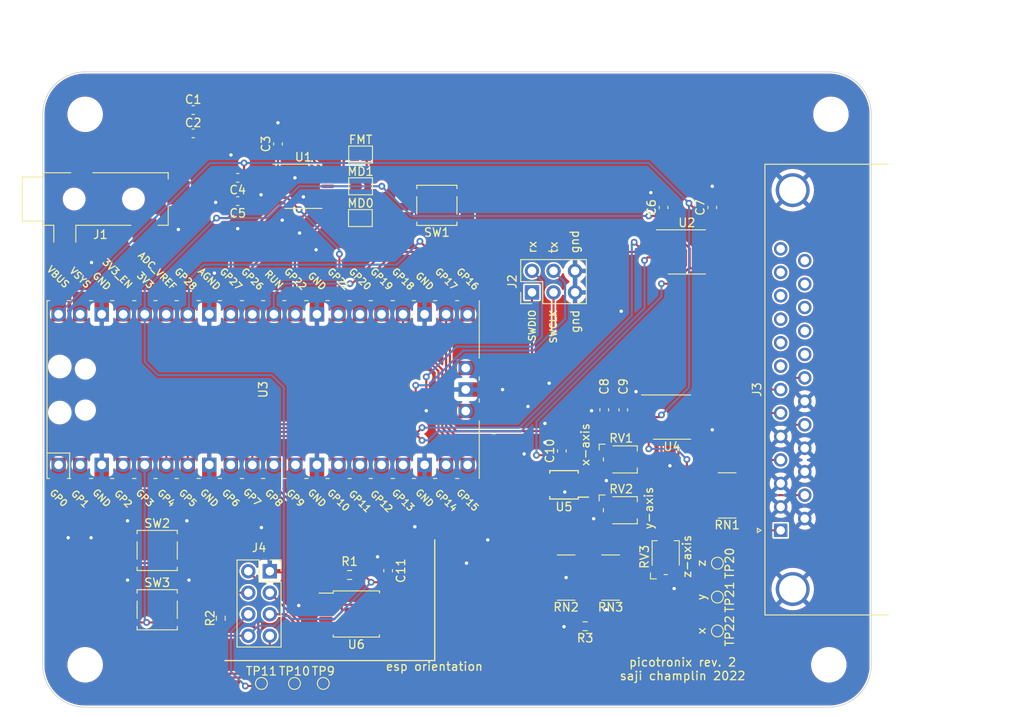
<source format=kicad_pcb>
(kicad_pcb (version 20211014) (generator pcbnew)
  (layers (0 "F.Cu" mixed) (31 "B.Cu" signal) (34 "B.Paste" user) (35 "F.Paste" user) (36 "B.SilkS" user "B.Silkscreen") (37 "F.SilkS" user "F.Silkscreen") (38 "B.Mask" user) (39 "F.Mask" user) (44 "Edge.Cuts" user))
  (net 0 "")
  (net 1 "+3V3")
  (net 2 "GND")
  (net 3 "+5V")
  (net 4 "/Z_OUTPUT")
  (net 5 "Net-(C2-Pad2)")
  (net 6 "/X_OUTPUT")
  (net 7 "/NON_STORE")
  (net 8 "/ERASE_INTERVAL")
  (net 9 "/Y_OUTPUT")
  (net 10 "/ERASE")
  (net 11 "/VAR_BRIGHT")
  (net 12 "Net-(C2-Pad1)")
  (net 13 "Net-(RV2-Pad1)")
  (net 14 "Net-(RV2-Pad2)")
  (net 15 "Net-(RV3-Pad2)")
  (net 16 "/var_bright_l")
  (net 17 "/erase_interval_l")
  (net 18 "/non_store_l")
  (net 19 "/erase_l")
  (net 22 "/XY_FLUSH")
  (net 23 "/~{CS}")
  (net 24 "/SCLK")
  (net 25 "/SDO")
  (net 26 "Net-(J2-Pad1)")
  (net 27 "/UART0_RX")
  (net 28 "/esp_en")
  (net 29 "Net-(J2-Pad3)")
  (net 30 "/UART0_TX")
  (net 31 "/dbg_rx")
  (net 32 "/dbg_tx")
  (net 33 "Net-(RV1-Pad1)")
  (net 34 "/z_{4}")
  (net 35 "/z_{3}")
  (net 36 "/z_{2}")
  (net 37 "/z_{1}")
  (net 38 "Net-(R3-Pad2)")
  (net 41 "Net-(RV1-Pad2)")
  (net 45 "Net-(SW1-Pad1)")
  (net 46 "Net-(SW3-Pad2)")
  (net 47 "Net-(SW2-Pad2)")
  (net 49 "/FLASH_MISO")
  (net 50 "/FLASH_CS")
  (net 51 "/FLASH_SCK")
  (net 52 "/FLASH_MOSI")
  (net 53 "/i2s_mclk")
  (net 54 "/i2s_bck")
  (net 55 "/i2s_dout")
  (net 56 "/i2s_lrclk")
  (net 59 "Net-(JP1-Pad1)")
  (net 60 "Net-(JP2-Pad1)")
  (net 61 "Net-(JP3-Pad1)")
  (net 64 "Net-(C1-Pad1)")
  (net 65 "Net-(C1-Pad2)")
  (net 66 "Net-(C3-Pad1)")
  (net 78 "Net-(R1-Pad2)")
  (net 79 "Net-(RN1-Pad6)")
  (net 80 "Net-(RN1-Pad7)")
  (net 81 "Net-(RN1-Pad8)")
  (net 82 "/esp_gpio2")
  (net 83 "/esp_boot")
  (net 84 "/esp_gpio16")
  (net 87 "Net-(RN2-Pad4)")
  (net 88 "Net-(RN2-Pad3)")
  (net 89 "Net-(RN2-Pad2)")
  (footprint "MountingHole:MountingHole_3.2mm_M3" (layer "F.Cu") (at 91 135)
    (fp_text reference "H3" hide)
    (fp_text value "MountingHole")
  )
  (footprint "Package_SO:SOIC-8_5.23x5.23mm_P1.27mm" (layer "F.Cu") (at 123 129)
    (fp_text reference "U6")
    (fp_text value "W25Q128JVS")
  )
  (footprint "TestPoint:TestPoint_Pad_D1.0mm" (layer "F.Cu") (at 165.6 123 -90)
    (fp_text reference "TP20")
    (fp_text value "Z Test")
  )
  (footprint "Potentiometer_SMD:Potentiometer_Bourns_TC33X_Vertical" (layer "F.Cu") (at 159.5 122.25 90)
    (fp_text reference "RV3")
    (fp_text value "20k")
  )
  (footprint "TestPoint:TestPoint_Pad_D1.0mm" (layer "F.Cu") (at 165.6 131 -90)
    (fp_text reference "TP22")
    (fp_text value "X test")
  )
  (footprint "Package_SO:MSOP-10_3x3mm_P0.5mm" (layer "F.Cu") (at 147.5 113.75 180)
    (fp_text reference "U5")
    (fp_text value "AD5663R")
  )
  (footprint "Resistor_SMD:R_Array_Convex_4x1206" (layer "F.Cu") (at 153 124.7 180)
    (fp_text reference "RN3")
    (fp_text value "4.99k")
  )
  (footprint "Jumper:SolderJumper-2_P1.3mm_Open_TrianglePad1.0x1.5mm" (layer "F.Cu") (at 123.475 82.25)
    (fp_text reference "JP3")
    (fp_text value "MD0_SET")
  )
  (footprint "Resistor_SMD:R_Array_Convex_4x1206" (layer "F.Cu") (at 147.75 124.7 180)
    (fp_text reference "RN2")
    (fp_text value "10k")
  )
  (footprint "Jumper:SolderJumper-2_P1.3mm_Open_TrianglePad1.0x1.5mm" (layer "F.Cu") (at 123.5 74.75)
    (fp_text reference "JP1")
    (fp_text value "FMT_SET")
  )
  (footprint "Capacitor_SMD:C_0603_1608Metric_Pad1.08x0.95mm_HandSolder" (layer "F.Cu") (at 113.75 73.5 90)
    (fp_text reference "C3")
    (fp_text value "0.1u")
  )
  (footprint "TestPoint:TestPoint_Pad_D1.0mm" (layer "F.Cu") (at 111.8 137.2)
    (fp_text reference "TP11")
    (fp_text value "ESP_GPIO16")
  )
  (footprint "Capacitor_SMD:C_0603_1608Metric_Pad1.08x0.95mm_HandSolder" (layer "F.Cu") (at 154.5 104.8875 90)
    (fp_text reference "C9")
    (fp_text value "1u")
  )
  (footprint "Resistor_SMD:R_0603_1608Metric_Pad0.98x0.95mm_HandSolder" (layer "F.Cu") (at 150 130.45)
    (fp_text reference "R3")
    (fp_text value "10k")
  )
  (footprint "Button_Switch_SMD:SW_SPST_TL3305A" (layer "F.Cu") (at 99.5 121.5)
    (fp_text reference "SW2")
    (fp_text value "BTN0")
  )
  (footprint "Connector_PinHeader_2.54mm:PinHeader_2x03_P2.54mm_Vertical" (layer "F.Cu") (at 143.725 91.025 90)
    (fp_text reference "J2")
    (fp_text value "DEBUG")
  )
  (footprint "Capacitor_SMD:C_0603_1608Metric_Pad1.08x0.95mm_HandSolder" (layer "F.Cu") (at 109 80.25 180)
    (fp_text reference "C5")
    (fp_text value "0.1u")
  )
  (footprint "Button_Switch_SMD:SW_SPST_TL3305A" (layer "F.Cu") (at 132.5 80.75 180)
    (fp_text reference "SW1")
    (fp_text value "RESET")
  )
  (footprint "MountingHole:MountingHole_3.2mm_M3" (layer "F.Cu") (at 178.75 135)
    (fp_text reference "H4" hide)
    (fp_text value "MountingHole")
  )
  (footprint "Resistor_SMD:R_Array_Convex_4x1206" (layer "F.Cu") (at 166.75 115 180)
    (fp_text reference "RN1")
    (fp_text value "470")
  )
  (footprint "Package_SO:TSSOP-14_4.4x5mm_P0.65mm" (layer "F.Cu") (at 162 86.25)
    (fp_text reference "U2")
    (fp_text value "LSF0204DPWR")
  )
  (footprint "Connector_PinSocket_2.54mm:PinSocket_2x04_P2.54mm_Vertical" (layer "F.Cu") (at 112.79 123.95)
    (fp_text reference "J4")
    (fp_text value "ESP-01 Connector")
  )
  (footprint "Package_SO:TSSOP-14_4.4x5mm_P0.65mm" (layer "F.Cu") (at 160.25 105.75)
    (fp_text reference "U4")
    (fp_text value "ADA4891-3")
  )
  (footprint "Resistor_SMD:R_0603_1608Metric_Pad0.98x0.95mm_HandSolder" (layer "F.Cu") (at 107 129.5 90)
    (fp_text reference "R2")
    (fp_text value "10k")
  )
  (footprint "picotronix:RPi_Pico_SMD_TH" (layer "F.Cu") (at 112 102.5 90)
    (fp_text reference "U3")
    (fp_text value "Pico")
  )
  (footprint "Potentiometer_SMD:Potentiometer_Bourns_TC33X_Vertical" (layer "F.Cu") (at 154.25 110.75)
    (fp_text reference "RV1")
    (fp_text value "20k")
  )
  (footprint "Connector_Audio:Jack_3.5mm_CUI_SJ-3524-SMT_Horizontal" (layer "F.Cu") (at 92.2 80 90)
    (fp_text reference "J1")
    (fp_text value "AudioJack3_Ground")
  )
  (footprint "Capacitor_SMD:C_0603_1608Metric_Pad1.08x0.95mm_HandSolder" (layer "F.Cu") (at 165 81 90)
    (fp_text reference "C7")
    (fp_text value "0.1u")
  )
  (footprint "Capacitor_SMD:C_0603_1608Metric_Pad1.08x0.95mm_HandSolder" (layer "F.Cu") (at 159.25 81 90)
    (fp_text reference "C6")
    (fp_text value "0.1u")
  )
  (footprint "Package_SO:TSSOP-14_4.4x5mm_P0.65mm" (layer "F.Cu") (at 116.75 78.5)
    (fp_text reference "U1")
    (fp_text value "PCM1808")
  )
  (footprint "TestPoint:TestPoint_Pad_D1.0mm" (layer "F.Cu") (at 119.1 137.2)
    (fp_text reference "TP9")
    (fp_text value "ESP_GPIO2")
  )
  (footprint "MountingHole:MountingHole_3.2mm_M3" (layer "F.Cu") (at 91 70)
    (fp_text reference "H1" hide)
    (fp_text value "MountingHole")
  )
  (footprint "Jumper:SolderJumper-2_P1.3mm_Open_TrianglePad1.0x1.5mm" (layer "F.Cu") (at 123.5 78.5)
    (fp_text reference "JP2")
    (fp_text value "MD1_SET")
  )
  (footprint "Capacitor_SMD:C_0603_1608Metric_Pad1.08x0.95mm_HandSolder" (layer "F.Cu") (at 147.25 109.75 90)
    (fp_text reference "C10")
    (fp_text value "0.1u")
  )
  (footprint "Connector_Dsub:DSUB-25_Male_Horizontal_P2.77x2.84mm_EdgePinOffset9.90mm_Housed_MountingHolesOffset11.32mm" (layer "F.Cu") (at 173.069669 119.125 90)
    (fp_text reference "J3")
    (fp_text value "DB25_Male")
  )
  (footprint "Capacitor_SMD:C_0603_1608Metric_Pad1.08x0.95mm_HandSolder" (layer "F.Cu") (at 103.75 72.25 180)
    (fp_text reference "C2")
    (fp_text value "1u")
  )
  (footprint "MountingHole:MountingHole_3.2mm_M3" (layer "F.Cu") (at 179 70)
    (fp_text reference "H2" hide)
    (fp_text value "MountingHole")
  )
  (footprint "Potentiometer_SMD:Potentiometer_Bourns_TC33X_Vertical" (layer "F.Cu") (at 154.25 116.75)
    (fp_text reference "RV2")
    (fp_text value "20k")
  )
  (footprint "TestPoint:TestPoint_Pad_D1.0mm" (layer "F.Cu") (at 115.7 137.2)
    (fp_text reference "TP10")
    (fp_text value "ESP_BOOT")
  )
  (footprint "TestPoint:TestPoint_Pad_D1.0mm" (layer "F.Cu") (at 165.6 127 -90)
    (fp_text reference "TP21")
    (fp_text value "Y Test")
  )
  (footprint "Resistor_SMD:R_0603_1608Metric_Pad0.98x0.95mm_HandSolder" (layer "F.Cu") (at 122.2 124.4 180)
    (fp_text reference "R1")
    (fp_text value "10k")
  )
  (footprint "Capacitor_SMD:C_0603_1608Metric_Pad1.08x0.95mm_HandSolder" (layer "F.Cu") (at 103.75 69.5 180)
    (fp_text reference "C1")
    (fp_text value "1u")
  )
  (footprint "Capacitor_SMD:C_0603_1608Metric_Pad1.08x0.95mm_HandSolder" (layer "F.Cu") (at 152.25 104.8875 90)
    (fp_text reference "C8")
    (fp_text value "0.1u")
  )
  (footprint "Capacitor_SMD:C_0603_1608Metric_Pad1.08x0.95mm_HandSolder" (layer "F.Cu") (at 126.75 123.8875 90)
    (fp_text reference "C11")
    (fp_text value "0.1u")
  )
  (footprint "Button_Switch_SMD:SW_SPST_TL3305A" (layer "F.Cu") (at 99.5 128.5)
    (fp_text reference "SW3")
    (fp_text value "BTN1")
  )
  (footprint "Capacitor_SMD:C_0603_1608Metric_Pad1.08x0.95mm_HandSolder" (layer "F.Cu") (at 109 77.5 180)
    (fp_text reference "C4")
    (fp_text value "0.1u")
  )
  (gr_line (start 132.25 134.5) (end 107.5 134.5) (layer "F.SilkS") (width 0.15))
  (gr_line (start 132.25 120.25) (end 132.25 134.5) (layer "F.SilkS") (width 0.15))
  (gr_arc (start 183.75 135) (mid 182.285534 138.535534) (end 178.75 140) (layer "Edge.Cuts") (width 0.1))
  (gr_arc (start 86.000001 70) (mid 87.464467 66.464467) (end 91 65.000001) (layer "Edge.Cuts") (width 0.1))
  (gr_line (start 183.75 70) (end 183.75 135) (layer "Edge.Cuts") (width 0.1))
  (gr_arc (start 91 140) (mid 87.464466 138.535534) (end 86 135) (layer "Edge.Cuts") (width 0.1))
  (gr_line (start 91 65) (end 178.75 65) (layer "Edge.Cuts") (width 0.1))
  (gr_line (start 86 135) (end 86 70) (layer "Edge.Cuts") (width 0.1))
  (gr_arc (start 178.75 65) (mid 182.285534 66.464466) (end 183.75 70) (layer "Edge.Cuts") (width 0.1))
  (gr_line (start 178.75 140) (end 91 140) (layer "Edge.Cuts") (width 0.1))
  (gr_text "gnd\n" (at 148.8 93 90) (layer "F.SilkS") (effects (font (size 1 1)) (justify right)))
  (gr_text "SWDIO" (at 143.75 93 90) (layer "F.SilkS") (effects (font (size 0.8 0.8)) (justify right)))
  (gr_text "esp orientation\n" (at 132.2 135.2) (layer "F.SilkS") (effects (font (size 1 1))))
  (gr_text "picotronix rev. 2\nsaji champlin 2022" (at 161.5 135.5) (layer "F.SilkS") (effects (font (size 1 1))))
  (gr_text "x-axis\n" (at 150 109 90) (layer "F.SilkS") (effects (font (size 1 1))))
  (gr_text "rx\n" (at 143.75 86.5 90) (layer "F.SilkS") (effects (font (size 1 1)) (justify left)))
  (gr_text "FMT" (at 123.5 73) (layer "F.SilkS") (effects (font (size 1 1))))
  (gr_text "y-axis\n" (at 157.5 116.5 90) (layer "F.SilkS") (effects (font (size 1 1))))
  (gr_text "gnd\n" (at 148.75 86.5 90) (layer "F.SilkS") (effects (font (size 1 1)) (justify left)))
  (gr_text "MD0\n" (at 123.5 80.5) (layer "F.SilkS") (effects (font (size 1 1))))
  (gr_text "y" (at 163.7 127 90) (layer "F.SilkS") (effects (font (size 1 1))))
  (gr_text "MD1" (at 123.5 76.75) (layer "F.SilkS") (effects (font (size 1 1))))
  (gr_text "z-axis\n" (at 162 122.2 90) (layer "F.SilkS") (effects (font (size 1 1))))
  (gr_text "tx" (at 146.25 86.5 90) (layer "F.SilkS") (effects (font (size 1 1)) (justify left)))
  (gr_text "SWCLK" (at 146.25 93 90) (layer "F.SilkS") (effects (font (size 0.8 0.8)) (justify right)))
  (gr_text "x" (at 163.7 131 90) (layer "F.SilkS") (effects (font (size 1 1))))
  (gr_text "z" (at 163.7 123 90) (layer "F.SilkS") (effects (font (size 1 1))))
  (segment (start 162.475 88.2) (end 162.3375 88.0625) (width 0.25) (layer "F.Cu") (net 1))
  (segment (start 162.3375 85.8375) (end 160.8 84.3) (width 0.25) (layer "F.Cu") (net 1))
  (segment (start 109.8625 80.25) (end 109.8625 79.1375) (width 0.25) (layer "F.Cu") (net 1))
  (segment (start 147.7 113.3) (end 146.75 114.25) (width 0.25) (layer "F.Cu") (net 1))
  (segment (start 162.3375 85.8375) (end 162.3375 88.0625) (width 0.25) (layer "F.Cu") (net 1))
  (segment (start 107 131.25) (end 107.32 131.57) (width 0.25) (layer "F.Cu") (net 1))
  (segment (start 146.75 114.25) (end 145.3 114.25) (width 0.25) (layer "F.Cu") (net 1))
  (segment (start 159.25 84.1875) (end 159.1375 84.3) (width 0.25) (layer "F.Cu") (net 1))
  (segment (start 107 130.4125) (end 107 131.25) (width 0.25) (layer "F.Cu") (net 1))
  (segment (start 144.25 110.25) (end 146.8875 110.25) (width 0.25) (layer "F.Cu") (net 1))
  (segment (start 110.5 78.5) (end 113.8875 78.5) (width 0.25) (layer "F.Cu") (net 1))
  (segment (start 106.5 82.25) (end 107.8625 82.25) (width 0.25) (layer "F.Cu") (net 1))
  (segment (start 124.75 125.25) (end 126.25 125.25) (width 0.25) (layer "F.Cu") (net 1))
  (segment (start 126.75 124.75) (end 126.75 126.945) (width 0.25) (layer "F.Cu") (net 1))
  (segment (start 124.225 78.5) (end 124.225 74.75) (width 0.25) (layer "F.Cu") (net 1))
  (segment (start 123.1125 124.4) (end 123.9 124.4) (width 0.25) (layer "F.Cu") (net 1))
  (segment (start 109.8625 79.1375) (end 110.5 78.5) (width 0.25) (layer "F.Cu") (net 1))
  (segment (start 147.7 111.0625) (end 147.7 113.3) (width 0.25) (layer "F.Cu") (net 1))
  (segment (start 146.8875 110.25) (end 147.25 110.6125) (width 0.25) (layer "F.Cu") (net 1))
  (segment (start 107.32 131.57) (end 110.25 131.57) (width 0.25) (layer "F.Cu") (net 1))
  (segment (start 147.25 110.6125) (end 147.7 111.0625) (width 0.25) (layer "F.Cu") (net 1))
  (segment (start 160.8 84.3) (end 159.1375 84.3) (width 0.25) (layer "F.Cu") (net 1))
  (segment (start 107.8625 82.25) (end 109.8625 80.25) (width 0.25) (layer "F.Cu") (net 1))
  (segment (start 164.8625 88.2) (end 162.475 88.2) (width 0.25) (layer "F.Cu") (net 1))
  (segment (start 124.225 78.5) (end 124.225 82.225) (width 0.25) (layer "F.Cu") (net 1))
  (segment (start 157.5 82) (end 159.1125 82) (width 0.25) (layer "F.Cu") (net 1))
  (segment (start 126.25 125.25) (end 126.75 124.75) (width 0.25) (layer "F.Cu") (net 1))
  (segment (start 160.4 90) (end 159 90) (width 0.25) (layer "F.Cu") (net 1))
  (segment (start 123.9 124.4) (end 124.75 125.25) (width 0.25) (layer "F.Cu") (net 1))
  (segment (start 126 78.5) (end 124.225 78.5) (width 0.25) (layer "F.Cu") (net 1))
  (segment (start 162.3375 88.0625) (end 160.4 90) (width 0.25) (layer "F.Cu") (net 1))
  (segment (start 159.25 81.8625) (end 159.25 84.1875) (width 0.25) (layer "F.Cu") (net 1))
  (via (at 159 90) (size 0.8) (drill 0.4) (layers "F.Cu" "B.Cu") (net 1))
  (via (at 157.5 82) (size 0.8) (drill 0.4) (layers "F.Cu" "B.Cu") (net 1))
  (via (at 126 78.5) (size 0.8) (drill 0.4) (layers "F.Cu" "B.Cu") (net 1))
  (via (at 106.5 82.25) (size 0.8) (drill 0.4) (layers "F.Cu" "B.Cu") (net 1))
  (via (at 144.25 110.25) (size 0.8) (drill 0.4) (layers "F.Cu" "B.Cu") (net 1))
  (via (at 124.75 125.25) (size 0.8) (drill 0.4) (layers "F.Cu" "B.Cu") (net 1))
  (segment (start 144.25 106.271436) (end 144.25 110.25) (width 0.25) (layer "B.Cu") (net 1))
  (segment (start 98.03 93.61) (end 98.03 90.72) (width 0.25) (layer "B.Cu") (net 1))
  (segment (start 98.03 99.23) (end 99.6 100.8) (width 0.25) (layer "B.Cu") (net 1))
  (segment (start 112.5 82.25) (end 116.25 78.5) (width 0.25) (layer "B.Cu") (net 1))
  (segment (start 113 100.8) (end 114.444511 102.244511) (width 0.25) (layer "B.Cu") (net 1))
  (segment (start 120.4 129.6) (end 124.75 125.25) (width 0.25) (layer "B.Cu") (net 1))
  (segment (start 126 78.5) (end 129.5 82) (width 0.25) (layer "B.Cu") (net 1))
  (segment (start 106.5 82.25) (end 112.5 82.25) (width 0.25) (layer "B.Cu") (net 1))
  (segment (start 98.03 93.61) (end 98.03 99.23) (width 0.25) (layer "B.Cu") (net 1))
  (segment (start 115.036499 129.236499) (end 115.4 129.6) (width 0.25) (layer "B.Cu") (net 1))
  (segment (start 129.5 82) (end 157.5 82) (width 0.25) (layer "B.Cu") (net 1))
  (segment (start 114.444511 129.236499) (end 113.285521 130.395489) (width 0.25) (layer "B.Cu") (net 1))
  (segment (start 99.6 100.8) (end 113 100.8) (width 0.25) (layer "B.Cu") (net 1))
  (segment (start 144.25 106.271436) (end 159 91.521436) (width 0.25) (layer "B.Cu") (net 1))
  (segment (start 115.4 129.6) (end 120.4 129.6) (width 0.25) (layer "B.Cu") (net 1))
  (segment (start 98.03 90.72) (end 106.5 82.25) (width 0.25) (layer "B.Cu") (net 1))
  (segment (start 114.444511 102.244511) (end 114.444511 129.236499) (width 0.25) (layer "B.Cu") (net 1))
  (segment (start 114.444511 129.236499) (end 115.036499 129.236499) (width 0.25) (layer "B.Cu") (net 1))
  (segment (start 111.424511 130.395489) (end 110.25 131.57) (width 0.25) (layer "B.Cu") (net 1))
  (segment (start 116.25 78.5) (end 126 78.5) (width 0.25) (layer "B.Cu") (net 1))
  (segment (start 113.285521 130.395489) (end 111.424511 130.395489) (width 0.25) (layer "B.Cu") (net 1))
  (segment (start 159 91.521436) (end 159 90) (width 0.25) (layer "B.Cu") (net 1))
  (via (at 142.8 110.1) (size 0.8) (drill 0.4) (layers "F.Cu" "B.Cu") (net 2))
  (via (at 157.75 79.25) (size 0.8) (drill 0.4) (layers "F.Cu" "B.Cu") (net 2))
  (via (at 160 111.5) (size 0.8) (drill 0.4) (layers "F.Cu" "B.Cu") (net 2))
  (via (at 103 118) (size 0.8) (drill 0.4) (layers "F.Cu" "B.Cu") (net 2))
  (via (at 152.5 113.25) (size 0.8) (drill 0.4) (layers "F.Cu" "B.Cu") (net 2))
  (via (at 143.25 104.5) (size 0.8) (drill 0.4) (layers "F.Cu" "B.Cu") (net 2))
  (via (at 165 107.25) (size 0.8) (drill 0.4) (layers "F.Cu" "B.Cu") (net 2))
  (via (at 145.25 106.5) (size 0.8) (drill 0.4) (layers "F.Cu" "B.Cu") (net 2))
  (via (at 147.5 130.5) (size 0.8) (drill 0.4) (layers "F.Cu" "B.Cu") (net 2))
  (via (at 96 125) (size 0.8) (drill 0.4) (layers "F.Cu" "B.Cu") (net 2))
  (via (at 106.25 88.75) (size 0.8) (drill 0.4) (layers "F.Cu" "B.Cu") (net 2))
  (via (at 150.75 105) (size 0.8) (drill 0.4) (layers "F.Cu" "B.Cu") (net 2))
  (via (at 136 123) (size 0.8) (drill 0.4) (layers "F.Cu" "B.Cu") (net 2))
  (via (at 96 118) (size 0.8) (drill 0.4) (layers "F.Cu" "B.Cu") (net 2))
  (via (at 106.4 80.4) (size 0.8) (drill 0.4) (layers "F.Cu" "B.Cu") (net 2))
  (via (at 131.25 105) (size 0.8) (drill 0.4) (layers "F.Cu" "B.Cu") (net 2))
  (via (at 89 120) (size 0.8) (drill 0.4) (layers "F.Cu" "B.Cu") (net 2))
  (via (at 114.25 82.5) (size 0.8) (drill 0.4) (layers "F.Cu" "B.Cu") (net 2))
  (via (at 103.25 125) (size 0.8) (drill 0.4) (layers "F.Cu" "B.Cu") (net 2))
  (via (at 165 78.5) (size 0.8) (drill 0.4) (layers "F.Cu" "B.Cu") (net 2))
  (via (at 147.6 114.6) (size 0.8) (drill 0.4) (layers "F.Cu" "B.Cu") (net 2))
  (via (at 152.5 128.5) (size 0.8) (drill 0.4) (layers "F.Cu" "B.Cu") (net 2))
  (via (at 111.8 118.8) (size 0.8) (drill 0.4) (layers "F.Cu" "B.Cu") (net 2))
  (via (at 116.2 128) (size 0.8) (drill 0.4) (layers "F.Cu" "B.Cu") (net 2))
  (via (at 108.2 74.8) (size 0.8) (drill 0.4) (layers "F.Cu" "B.Cu") (net 2))
  (via (at 113.75 71) (size 0.8) (drill 0.4) (layers "F.Cu" "B.Cu") (net 2))
  (via (at 145.75 101.75) (size 0.8) (drill 0.4) (layers "F.Cu" "B.Cu") (net 2))
  (via (at 145.25 108.75) (size 0.8) (drill 0.4) (layers "F.Cu" "B.Cu") (net 2))
  (via (at 147.75 124.7) (size 0.8) (drill 0.4) (layers "F.Cu" "B.Cu") (net 2))
  (via (at 138.5 120.25) (size 0.8) (drill 0.4) (layers "F.Cu" "B.Cu") (net 2))
  (via (at 154.25 93.25) (size 0.8) (drill 0.4) (layers "F.Cu" "B.Cu") (net 2))
  (via (at 91.7 120) (size 0.8) (drill 0.4) (layers "F.Cu" "B.Cu") (net 2))
  (via (at 109 83.5) (size 0.8) (drill 0.4) (layers "F.Cu" "B.Cu") (net 2))
  (via (at 140.25 102.5) (size 0.8) (drill 0.4) (layers "F.Cu" "B.Cu") (net 2))
  (via (at 118.25 86) (size 0.8) (drill 0.4) (layers "F.Cu" "B.Cu") (net 2))
  (via (at 129.9 118.7) (size 0.8) (drill 0.4) (layers "F.Cu" "B.Cu") (net 2))
  (via (at 151 117.75) (size 0.8) (drill 0.4) (layers "F.Cu" "B.Cu") (net 2))
  (via (at 91.75 87.5) (size 0.8) (drill 0.4) (layers "F.Cu" "B.Cu") (net 2))
  (via (at 115.75 77.5) (size 0.8) (drill 0.4) (layers "F.Cu" "B.Cu") (net 2))
  (via (at 116.75 79.75) (size 0.8) (drill 0.4) (layers "F.Cu" "B.Cu") (net 2))
  (via (at 156 102.75) (size 0.8) (drill 0.4) (layers "F.Cu" "B.Cu") (net 2))
  (via (at 125.5 122.25) (size 0.8) (drill 0.4) (layers "F.Cu" "B.Cu") (net 2))
  (via (at 111.75 79.5) (size 0.8) (drill 0.4) (layers "F.Cu" "B.Cu") (net 2))
  (via (at 116.298854 84.018622) (size 0.8) (drill 0.4) (layers "F.Cu" "B.Cu") (net 2))
  (via (at 102 83.6) (size 0.8) (drill 0.4) (layers "F.Cu" "B.Cu") (net 2))
  (via (at 160.5 126) (size 0.8) (drill 0.4) (layers "F.Cu" "B.Cu") (net 2))
  (segment (start 165 84.1625) (end 164.8625 84.3) (width 0.25) (layer "F.Cu") (net 3))
  (segment (start 158.75 105.75) (end 157.3875 105.75) (width 0.25) (layer "F.Cu") (net 3))
  (segment (start 162.25 80.5) (end 163.6125 81.8625) (width 0.25) (layer "F.Cu") (net 3))
  (segment (start 109.8625 77.5) (end 110.2125 77.85) (width 0.25) (layer "F.Cu") (net 3))
  (segment (start 157.3875 105.75) (end 154.5 105.75) (width 0.25) (layer "F.Cu") (net 3))
  (segment (start 163.6125 81.8625) (end 165 81.8625) (width 0.25) (layer "F.Cu") (net 3))
  (segment (start 109.75 75.75) (end 109.75 77.3875) (width 0.25) (layer "F.Cu") (net 3))
  (segment (start 159 105.5) (end 158.75 105.75) (width 0.25) (layer "F.Cu") (net 3))
  (segment (start 154.5 105.75) (end 152.25 105.75) (width 0.25) (layer "F.Cu") (net 3))
  (segment (start 165 81.8625) (end 165 84.1625) (width 0.25) (layer "F.Cu") (net 3))
  (segment (start 110.2125 77.85) (end 113.8875 77.85) (width 0.25) (layer "F.Cu") (net 3))
  (via (at 159 105.5) (size 0.8) (drill 0.4) (layers "F.Cu" "B.Cu") (net 3))
  (via (at 162.25 80.5) (size 0.8) (drill 0.4) (layers "F.Cu" "B.Cu") (net 3))
  (via (at 109.75 75.75) (size 0.8) (drill 0.4) (layers "F.Cu" "B.Cu") (net 3))
  (segment (start 87.87 93.61) (end 105.73 75.75) (width 0.25) (layer "B.Cu") (net 3))
  (segment (start 162.25 102.25) (end 159 105.5) (width 0.25) (layer "B.Cu") (net 3))
  (segment (start 162.25 80.5) (end 162.25 102.25) (width 0.25) (layer "B.Cu") (net 3))
  (segment (start 109.75 75.75) (end 157.5 75.75) (width 0.25) (layer "B.Cu") (net 3))
  (segment (start 157.5 75.75) (end 162.25 80.5) (width 0.25) (layer "B.Cu") (net 3))
  (segment (start 105.73 75.75) (end 109.75 75.75) (width 0.25) (layer "B.Cu") (net 3))
  (segment (start 167.55 114.34) (end 166.94952 114.94048) (width 0.25) (layer "F.Cu") (net 4))
  (segment (start 166.94952 114.94048) (end 166.94952 122.05048) (width 0.25) (layer "F.Cu") (net 4))
  (segment (start 170.935 110.815) (end 173.069669 110.815) (width 0.25) (layer "F.Cu") (net 4))
  (segment (start 168.25 114.34) (end 169.41 114.34) (width 0.25) (layer "F.Cu") (net 4))
  (segment (start 169.41 114.34) (end 170.25 113.5) (width 0.25) (layer "F.Cu") (net 4))
  (segment (start 170.25 111.5) (end 170.935 110.815) (width 0.25) (layer "F.Cu") (net 4))
  (segment (start 166.94952 122.05048) (end 166 123) (width 0.25) (layer "F.Cu") (net 4))
  (segment (start 170.25 113.5) (end 170.25 111.5) (width 0.25) (layer "F.Cu") (net 4))
  (segment (start 168.25 114.34) (end 167.55 114.34) (width 0.25) (layer "F.Cu") (net 4))
  (segment (start 89.3 83.7) (end 100.75 72.25) (width 0.25) (layer "F.Cu") (net 5))
  (segment (start 100.75 72.25) (end 102.8875 72.25) (width 0.25) (layer "F.Cu") (net 5))
  (segment (start 88.6 83.7) (end 89.3 83.7) (width 0.25) (layer "F.Cu") (net 5))
  (segment (start 167.84856 117.40144) (end 167.84856 129.15144) (width 0.25) (layer "F.Cu") (net 6))
  (segment (start 167.84856 129.15144) (end 166 131) (width 0.25) (layer "F.Cu") (net 6))
  (segment (start 171.625 119.125) (end 173.069669 119.125) (width 0.25) (layer "F.Cu") (net 6))
  (segment (start 169.5 117) (end 171.625 119.125) (width 0.25) (layer "F.Cu") (net 6))
  (segment (start 168.25 117) (end 167.84856 117.40144) (width 0.25) (layer "F.Cu") (net 6))
  (segment (start 168.25 117) (end 169.5 117) (width 0.25) (layer "F.Cu") (net 6))
  (segment (start 168.60096 104.10096) (end 169.775 105.275) (width 0.25) (layer "F.Cu") (net 7))
  (segment (start 169.775 105.275) (end 173.069669 105.275) (width 0.25) (layer "F.Cu") (net 7))
  (segment (start 168.60096 89.286317) (end 168.60096 104.10096) (width 0.25) (layer "F.Cu") (net 7))
  (segment (start 164.8625 86.25) (end 165.564643 86.25) (width 0.25) (layer "F.Cu") (net 7))
  (segment (start 165.564643 86.25) (end 168.60096 89.286317) (width 0.25) (layer "F.Cu") (net 7))
  (segment (start 169.05048 89.100119) (end 169.05048 100.186198) (width 0.25) (layer "F.Cu") (net 8))
  (segment (start 171.369282 102.505) (end 173.069669 102.505) (width 0.25) (layer "F.Cu") (net 8))
  (segment (start 165.550361 85.6) (end 169.05048 89.100119) (width 0.25) (layer "F.Cu") (net 8))
  (segment (start 164.8625 85.6) (end 165.550361 85.6) (width 0.25) (layer "F.Cu") (net 8))
  (segment (start 169.05048 100.186198) (end 171.369282 102.505) (width 0.25) (layer "F.Cu") (net 8))
  (segment (start 168.040978 115.66) (end 167.39904 116.301938) (width 0.25) (layer "F.Cu") (net 9))
  (segment (start 170.34 115.66) (end 171.03 114.97) (width 0.25) (layer "F.Cu") (net 9))
  (segment (start 168.25 115.66) (end 170.34 115.66) (width 0.25) (layer "F.Cu") (net 9))
  (segment (start 167.39904 116.301938) (end 167.39904 125.60096) (width 0.25) (layer "F.Cu") (net 9))
  (segment (start 171.03 114.97) (end 175.909669 114.97) (width 0.25) (layer "F.Cu") (net 9))
  (segment (start 167.39904 125.60096) (end 166 127) (width 0.25) (layer "F.Cu") (net 9))
  (segment (start 165.55144 86.9) (end 164.8625 86.9) (width 0.25) (layer "F.Cu") (net 10))
  (segment (start 170.524283 106.66) (end 168.15144 104.287157) (width 0.25) (layer "F.Cu") (net 10))
  (segment (start 168.15144 104.287157) (end 168.15144 89.5) (width 0.25) (layer "F.Cu") (net 10))
  (segment (start 168.15144 89.5) (end 165.55144 86.9) (width 0.25) (layer "F.Cu") (net 10))
  (segment (start 175.909669 106.66) (end 170.524283 106.66) (width 0.25) (layer "F.Cu") (net 10))
  (segment (start 164.8625 84.95) (end 165.550361 84.95) (width 0.25) (layer "F.Cu") (net 11))
  (segment (start 170.62 101.12) (end 175.909669 101.12) (width 0.25) (layer "F.Cu") (net 11))
  (segment (start 169.5 100) (end 170.62 101.12) (width 0.25) (layer "F.Cu") (net 11))
  (segment (start 169.5 88.899639) (end 169.5 100) (width 0.25) (layer "F.Cu") (net 11))
  (segment (start 165.550361 84.95) (end 169.5 88.899639) (width 0.25) (layer "F.Cu") (net 11))
  (segment (start 117.55048 71.436198) (end 117.55048 75.825841) (width 0.25) (layer "F.Cu") (net 12))
  (segment (start 116.063802 69.94952) (end 117.55048 71.436198) (width 0.25) (layer "F.Cu") (net 12))
  (segment (start 117.55048 75.825841) (end 118.924639 77.2) (width 0.25) (layer "F.Cu") (net 12))
  (segment (start 105.5 72.25) (end 107.80048 69.94952) (width 0.25) (layer "F.Cu") (net 12))
  (segment (start 118.924639 77.2) (end 119.6125 77.2) (width 0.25) (layer "F.Cu") (net 12))
  (segment (start 107.80048 69.94952) (end 116.063802 69.94952) (width 0.25) (layer "F.Cu") (net 12))
  (segment (start 104.3625 72.25) (end 105.5 72.25) (width 0.25) (layer "F.Cu") (net 12))
  (segment (start 150.5 114.75) (end 151.5 115.75) (width 0.25) (layer "F.Cu") (net 13))
  (segment (start 149.7 114.75) (end 150.5 114.75) (width 0.25) (layer "F.Cu") (net 13))
  (segment (start 151.5 115.75) (end 152.45 115.75) (width 0.25) (layer "F.Cu") (net 13))
  (segment (start 159 115.2) (end 159 107) (width 0.25) (layer "F.Cu") (net 14))
  (segment (start 155.7 116.75) (end 157.45 116.75) (width 0.25) (layer "F.Cu") (net 14))
  (segment (start 159 107) (end 160.9 105.1) (width 0.25) (layer "F.Cu") (net 14))
  (segment (start 160.9 105.1) (end 163.1125 105.1) (width 0.25) (layer "F.Cu") (net 14))
  (segment (start 157.45 116.75) (end 159 115.2) (width 0.25) (layer "F.Cu") (net 14))
  (segment (start 161 119.3) (end 161 106.75) (width 0.25) (layer "F.Cu") (net 15))
  (segment (start 159.5 120.8) (end 161 119.3) (width 0.25) (layer "F.Cu") (net 15))
  (segment (start 161.35 106.4) (end 163.1125 106.4) (width 0.25) (layer "F.Cu") (net 15))
  (segment (start 161 106.75) (end 161.35 106.4) (width 0.25) (layer "F.Cu") (net 15))
  (segment (start 157.75 84.95) (end 159.1375 84.95) (width 0.25) (layer "F.Cu") (net 16))
  (segment (start 130.5 85) (end 131.3 85.8) (width 0.25) (layer "F.Cu") (net 16))
  (segment (start 131.3 85.8) (end 152.9 85.8) (width 0.25) (layer "F.Cu") (net 16))
  (segment (start 152.9 85.8) (end 154.7 84) (width 0.25) (layer "F.Cu") (net 16))
  (segment (start 156.8 84) (end 157.75 84.95) (width 0.25) (layer "F.Cu") (net 16))
  (segment (start 154.7 84) (end 156.8 84) (width 0.25) (layer "F.Cu") (net 16))
  (via (at 130.5 85) (size 0.8) (drill 0.4) (layers "F.Cu" "B.Cu") (net 16))
  (segment (start 127.75 87.75) (end 130.5 85) (width 0.25) (layer "B.Cu") (net 16))
  (segment (start 105 87.75) (end 127.75 87.75) (width 0.25) (layer "B.Cu") (net 16))
  (segment (start 103.25 89.5) (end 105 87.75) (width 0.25) (layer "B.Cu") (net 16))
  (segment (start 103.25 93.47) (end 103.25 89.5) (width 0.25) (layer "B.Cu") (net 16))
  (segment (start 155.783218 85.101382) (end 156.281836 85.6) (width 0.25) (layer "F.Cu") (net 17))
  (segment (start 108.19 111.39) (end 112.08 107.5) (width 0.25) (layer "F.Cu") (net 17))
  (segment (start 130.25 107.5) (end 130.75 107) (width 0.25) (layer "F.Cu") (net 17))
  (segment (start 156.281836 85.6) (end 159.1375 85.6) (width 0.25) (layer "F.Cu") (net 17))
  (segment (start 112.08 107.5) (end 130.25 107.5) (width 0.25) (layer "F.Cu") (net 17))
  (via (at 155.783218 85.101382) (size 0.8) (drill 0.4) (layers "F.Cu" "B.Cu") (net 17))
  (via (at 130.75 107) (size 0.8) (drill 0.4) (layers "F.Cu" "B.Cu") (net 17))
  (segment (start 142.25 107) (end 155.5 93.75) (width 0.25) (layer "B.Cu") (net 17))
  (segment (start 155.5 93.75) (end 155.5 85.3846) (width 0.25) (layer "B.Cu") (net 17))
  (segment (start 155.5 85.3846) (end 155.783218 85.101382) (width 0.25) (layer "B.Cu") (net 17))
  (segment (start 130.75 107) (end 142.25 107) (width 0.25) (layer "B.Cu") (net 17))
  (segment (start 123.43 93.61) (end 123.43 90.32) (width 0.25) (layer "F.Cu") (net 18))
  (segment (start 123.43 90.32) (end 127.5 86.25) (width 0.25) (layer "F.Cu") (net 18))
  (segment (start 127.5 86.25) (end 159.1375 86.25) (width 0.25) (layer "F.Cu") (net 18))
  (segment (start 110.73 109.485718) (end 112.215718 108) (width 0.25) (layer "F.Cu") (net 19))
  (segment (start 130.25 108) (end 130.75 108.5) (width 0.25) (layer "F.Cu") (net 19))
  (segment (start 157 87.25) (end 157.35 86.9) (width 0.25) (layer "F.Cu") (net 19))
  (segment (start 110.73 111.39) (end 110.73 109.485718) (width 0.25) (layer "F.Cu") (net 19))
  (segment (start 157.35 86.9) (end 159.1375 86.9) (width 0.25) (layer "F.Cu") (net 19))
  (segment (start 112.215718 108) (end 130.25 108) (width 0.25) (layer "F.Cu") (net 19))
  (via (at 130.75 108.5) (size 0.8) (drill 0.4) (layers "F.Cu" "B.Cu") (net 19))
  (via (at 157 87.25) (size 0.8) (drill 0.4) (layers "F.Cu" "B.Cu") (net 19))
  (segment (start 157 92.885718) (end 157 87.25) (width 0.25) (layer "B.Cu") (net 19))
  (segment (start 132.55048 107.44952) (end 142.436198 107.44952) (width 0.25) (layer "B.Cu") (net 19))
  (segment (start 131.5 108.5) (end 132.55048 107.44952) (width 0.25) (layer "B.Cu") (net 19))
  (segment (start 142.436198 107.44952) (end 157 92.885718) (width 0.25) (layer "B.Cu") (net 19))
  (segment (start 130.75 108.5) (end 131.5 108.5) (width 0.25) (layer "B.Cu") (net 19))
  (segment (start 148.6875 108.1875) (end 148.6875 110.1875) (width 0.25) (layer "F.Cu") (net 22))
  (segment (start 134.03952 106.653802) (end 134.787158 107.40144) (width 0.25) (layer "F.Cu") (net 22))
  (segment (start 147.90144 107.40144) (end 148.6875 108.1875) (width 0.25) (layer "F.Cu") (net 22))
  (segment (start 134.787158 107.40144) (end 147.90144 107.40144) (width 0.25) (layer "F.Cu") (net 22))
  (segment (start 148.25 110.625) (end 148.25 112.799022) (width 0.25) (layer "F.Cu") (net 22))
  (segment (start 148.6875 110.1875) (end 148.25 110.625) (width 0.25) (layer "F.Cu") (net 22))
  (segment (start 136.13 93.61) (end 134.03952 95.70048) (width 0.25) (layer "F.Cu") (net 22))
  (segment (start 148.25 112.799022) (end 148.700978 113.25) (width 0.25) (layer "F.Cu") (net 22))
  (segment (start 134.03952 95.70048) (end 134.03952 106.653802) (width 0.25) (layer "F.Cu") (net 22))
  (segment (start 148.700978 113.25) (end 149.7 113.25) (width 0.25) (layer "F.Cu") (net 22))
  (segment (start 138.872395 107.85096) (end 139.721435 108.7) (width 0.25) (layer "F.Cu") (net 23))
  (segment (start 138.872395 107.85096) (end 134.60096 107.85096) (width 0.25) (layer "F.Cu") (net 23))
  (segment (start 145.3 112.75) (end 143.771436 112.75) (width 0.25) (layer "F.Cu") (net 23))
  (segment (start 134.60096 107.85096) (end 133.59 106.84) (width 0.25) (layer "F.Cu") (net 23))
  (segment (start 143.771436 112.75) (end 138.872395 107.85096) (width 0.25) (layer "F.Cu") (net 23))
  (segment (start 133.59 106.84) (end 133.59 93.61) (width 0.25) (layer "F.Cu") (net 23))
  (segment (start 133.14048 107.026198) (end 133.14048 100.144762) (width 0.25) (layer "F.Cu") (net 24))
  (segment (start 134.414762 108.30048) (end 133.14048 107.026198) (width 0.25) (layer "F.Cu") (net 24))
  (segment (start 133.14048 100.144762) (end 128.51 95.514282) (width 0.25) (layer "F.Cu") (net 24))
  (segment (start 145.3 113.25) (end 143.635718 113.25) (width 0.25) (layer "F.Cu") (net 24))
  (segment (start 128.51 93.61) (end 128.6 93.52) (width 0.25) (layer "F.Cu") (net 24))
  (segment (start 143.635718 113.25) (end 138.686198 108.30048) (width 0.25) (layer "F.Cu") (net 24))
  (segment (start 138.686198 108.30048) (end 134.414762 108.30048) (width 0.25) (layer "F.Cu") (net 24))
  (segment (start 128.51 95.514282) (end 128.51 93.61) (width 0.25) (layer "F.Cu") (net 24))
  (segment (start 134.228564 108.75) (end 138.5 108.75) (width 0.25) (layer "F.Cu") (net 25))
  (segment (start 132.69096 100.33096) (end 132.69096 107.212396) (width 0.25) (layer "F.Cu") (net 25))
  (segment (start 143.5 113.75) (end 145.3 113.75) (width 0.25) (layer "F.Cu") (net 25))
  (segment (start 125.97 93.61) (end 132.69096 100.33096) (width 0.25) (layer "F.Cu") (net 25))
  (segment (start 132.69096 107.212396) (end 134.228564 108.75) (width 0.25) (layer "F.Cu") (net 25))
  (segment (start 138.5 108.75) (end 143.5 113.75) (width 0.25) (layer "F.Cu") (net 25))
  (segment (start 143.725 98.775) (end 143.725 91.025) (width 0.25) (layer "F.Cu") (net 26))
  (segment (start 142.54 99.96) (end 143.725 98.775) (width 0.25) (layer "F.Cu") (net 26))
  (segment (start 135.9 99.96) (end 142.54 99.96) (width 0.25) (layer "F.Cu") (net 26))
  (segment (start 111.424511 134.689771) (end 111.424511 125.124511) (width 0.25) (layer "F.Cu") (net 27))
  (segment (start 90.41 128.024282) (end 98.436198 136.05048) (width 0.25) (layer "F.Cu") (net 27))
  (segment (start 110.063802 136.05048) (end 111.424511 134.689771) (width 0.25) (layer "F.Cu") (net 27))
  (segment (start 98.436198 136.05048) (end 110.063802 136.05048) (width 0.25) (layer "F.Cu") (net 27))
  (segment (start 90.41 111.39) (end 90.41 128.024282) (width 0.25) (layer "F.Cu") (net 27))
  (segment (start 111.424511 125.124511) (end 110.25 123.95) (width 0.25) (layer "F.Cu") (net 27))
  (segment (start 108.01 126.49) (end 107 127.5) (width 0.25) (layer "F.Cu") (net 28))
  (segment (start 110.25 126.49) (end 108.01 126.49) (width 0.25) (layer "F.Cu") (net 28))
  (segment (start 107 127.5) (end 107 128.5875) (width 0.25) (layer "F.Cu") (net 28))
  (segment (start 146.265 99.485) (end 146.265 91.025) (width 0.25) (layer "F.Cu") (net 29))
  (segment (start 140.71 105.04) (end 146.265 99.485) (width 0.25) (layer "F.Cu") (net 29))
  (segment (start 135.9 105.04) (end 140.71 105.04) (width 0.25) (layer "F.Cu") (net 29))
  (segment (start 87.87 114.62) (end 89.96048 116.71048) (width 0.25) (layer "F.Cu") (net 30))
  (segment (start 89.96048 116.71048) (end 89.96048 128.21048) (width 0.25) (layer "F.Cu") (net 30))
  (segment (start 110.25 136.5) (end 112.79 133.96) (width 0.25) (layer "F.Cu") (net 30))
  (segment (start 87.87 111.39) (end 87.87 114.62) (width 0.25) (layer "F.Cu") (net 30))
  (segment (start 112.79 133.96) (end 112.79 131.57) (width 0.25) (layer "F.Cu") (net 30))
  (segment (start 98.25 136.5) (end 110.25 136.5) (width 0.25) (layer "F.Cu") (net 30))
  (segment (start 89.96048 128.21048) (end 98.25 136.5) (width 0.25) (layer "F.Cu") (net 30))
  (segment (start 131.25 102.5) (end 126.69952 107.05048) (width 0.25) (layer "F.Cu") (net 31))
  (segment (start 104.69952 107.05048) (end 103.11 108.64) (width 0.25) (layer "F.Cu") (net 31))
  (segment (start 126.69952 107.05048) (end 104.69952 107.05048) (width 0.25) (layer "F.Cu") (net 31))
  (segment (start 131.25 101) (end 131.25 102.5) (width 0.25) (layer "F.Cu") (net 31))
  (segment (start 103.11 108.64) (end 103.11 111.39) (width 0.25) (layer "F.Cu") (net 31))
  (via (at 131.25 101) (size 0.8) (drill 0.4) (layers "F.Cu" "B.Cu") (net 31))
  (segment (start 144.899511 96.244771) (end 143.713313 97.430969) (width 0.25) (layer "B.Cu") (net 31))
  (segment (start 144.899511 89.659511) (end 144.899511 96.244771) (width 0.25) (layer "B.Cu") (net 31))
  (segment (start 143.725 88.485) (end 144.899511 89.659511) (width 0.25) (layer "B.Cu") (net 31))
  (segment (start 134.819031 97.430969) (end 131.25 101) (width 0.25) (layer "B.Cu") (net 31))
  (segment (start 143.713313 97.430969) (end 134.819031 97.430969) (width 0.25) (layer "B.Cu") (net 31))
  (segment (start 126.513322 106.60096) (end 102.39904 106.60096) (width 0.25) (layer "F.Cu") (net 32))
  (segment (start 102.39904 106.60096) (end 100.57 108.43) (width 0.25) (layer "F.Cu") (net 32))
  (segment (start 130 103.114282) (end 126.513322 106.60096) (width 0.25) (layer "F.Cu") (net 32))
  (segment (start 100.57 108.43) (end 100.57 111.39) (width 0.25) (layer "F.Cu") (net 32))
  (segment (start 130 102) (end 130 103.114282) (width 0.25) (layer "F.Cu") (net 32))
  (via (at 130 102) (size 0.8) (drill 0.4) (layers "F.Cu" "B.Cu") (net 32))
  (segment (start 130 102) (end 131.5 102) (width 0.25) (layer "B.Cu") (net 32))
  (segment (start 143.899511 97.880489) (end 147.630489 94.149511) (width 0.25) (layer "B.Cu") (net 32))
  (segment (start 131.5 102) (end 135.619511 97.880489) (width 0.25) (layer "B.Cu") (net 32))
  (segment (start 147.630489 89.850489) (end 146.265 88.485) (width 0.25) (layer "B.Cu") (net 32))
  (segment (start 147.630489 94.149511) (end 147.630489 89.850489) (width 0.25) (layer "B.Cu") (net 32))
  (segment (start 135.619511 97.880489) (end 143.899511 97.880489) (width 0.25) (layer "B.Cu") (net 32))
  (segment (start 151.5 109.75) (end 151 110.25) (width 0.25) (layer "F.Cu") (net 33))
  (segment (start 152.45 109.75) (end 151.5 109.75) (width 0.25) (layer "F.Cu") (net 33))
  (segment (start 151 113.949022) (end 150.699022 114.25) (width 0.25) (layer "F.Cu") (net 33))
  (segment (start 151 110.25) (end 151 113.949022) (width 0.25) (layer "F.Cu") (net 33))
  (segment (start 150.699022 114.25) (end 149.7 114.25) (width 0.25) (layer "F.Cu") (net 33))
  (segment (start 136.13 111.39) (end 136.13 114.38) (width 0.25) (layer "F.Cu") (net 34))
  (segment (start 136 119.5) (end 140.09048 123.59048) (width 0.25) (layer "F.Cu") (net 34))
  (segment (start 136.13 114.38) (end 136 114.51) (width 0.25) (layer "F.Cu") (net 34))
  (segment (start 146.040978 122.7) (end 146.25 122.7) (width 0.25) (layer "F.Cu") (net 34))
  (segment (start 145.150498 123.59048) (end 146.040978 122.7) (width 0.25) (layer "F.Cu") (net 34))
  (segment (start 136 114.51) (end 136 119.5) (width 0.25) (layer "F.Cu") (net 34))
  (segment (start 140.09048 123.59048) (end 145.150498 123.59048) (width 0.25) (layer "F.Cu") (net 34))
  (segment (start 133.59 111.39) (end 133.59 114.84) (width 0.25) (layer "F.Cu") (net 35))
  (segment (start 135.55048 116.80048) (end 135.55048 119.686197) (width 0.25) (layer "F.Cu") (net 35))
  (segment (start 133.59 114.84) (end 135.55048 116.80048) (width 0.25) (layer "F.Cu") (net 35))
  (segment (start 139.904283 124.04) (end 146.25 124.04) (width 0.25) (layer "F.Cu") (net 35))
  (segment (start 135.55048 119.686197) (end 139.904283 124.04) (width 0.25) (layer "F.Cu") (net 35))
  (segment (start 139.718086 124.48952) (end 145.150498 124.48952) (width 0.25) (layer "F.Cu") (net 36))
  (segment (start 145.150498 124.48952) (end 146.020978 125.36) (width 0.25) (layer "F.Cu") (net 36))
  (segment (start 128.51 113.281434) (end 139.718086 124.48952) (width 0.25) (layer "F.Cu") (net 36))
  (segment (start 146.020978 125.36) (end 146.25 125.36) (width 0.25) (layer "F.Cu") (net 36))
  (segment (start 125.97 112.999022) (end 125.97 114.72) (width 0.25) (layer "F.Cu") (net 37))
  (segment (start 145.475489 125.450229) (end 145.475489 126.134511) (width 0.25) (layer "F.Cu") (net 37))
  (segment (start 146.040978 126.7) (end 146.25 126.7) (width 0.25) (layer "F.Cu") (net 37))
  (segment (start 144.9643 124.93904) (end 145.475489 125.450229) (width 0.25) (layer "F.Cu") (net 37))
  (segment (start 126.5 115.25) (end 129.842848 115.25) (width 0.25) (layer "F.Cu") (net 37))
  (segment (start 139.531889 124.93904) (end 144.9643 124.93904) (width 0.25) (layer "F.Cu") (net 37))
  (segment (start 145.475489 126.134511) (end 146.040978 126.7) (width 0.25) (layer "F.Cu") (net 37))
  (segment (start 129.842848 115.25) (end 139.531889 124.93904) (width 0.25) (layer "F.Cu") (net 37))
  (segment (start 125.97 114.72) (end 126.5 115.25) (width 0.25) (layer "F.Cu") (net 37))
  (segment (start 151.5 128.5) (end 150.9125 129.0875) (width 0.25) (layer "F.Cu") (net 38))
  (segment (start 149.25 126.7) (end 151.5 126.7) (width 0.25) (layer "F.Cu") (net 38))
  (segment (start 151.5 126.7) (end 151.5 128.5) (width 0.25) (layer "F.Cu") (net 38))
  (segment (start 150.9125 129.0875) (end 150.9125 130.45) (width 0.25) (layer "F.Cu") (net 38))
  (segment (start 156.2 106.4) (end 157.3875 106.4) (width 0.25) (layer "F.Cu") (net 41))
  (segment (start 155.7 110.75) (end 155.7 106.9) (width 0.25) (layer "F.Cu") (net 41))
  (segment (start 155.7 106.9) (end 156.2 106.4) (width 0.25) (layer "F.Cu") (net 41))
  (segment (start 122.25 90) (end 122.5 90) (width 0.25) (layer "F.Cu") (net 45))
  (segment (start 128.9 83.6) (end 128.9 82.25) (width 0.25) (layer "F.Cu") (net 45))
  (segment (start 136.1 82.25) (end 128.9 82.25) (width 0.25) (layer "F.Cu") (net 45))
  (segment (start 122.5 90) (end 128.9 83.6) (width 0.25) (layer "F.Cu") (net 45))
  (via (at 122.25 90) (size 0.8) (drill 0.4) (layers "F.Cu" "B.Cu") (net 45))
  (segment (start 113.25 91.25) (end 114.5 90) (width 0.25) (layer "B.Cu") (net 45))
  (segment (start 114.5 90) (end 122.25 90) (width 0.25) (layer "B.Cu") (net 45))
  (segment (start 113.25 93.59) (end 113.25 91.25) (width 0.25) (layer "B.Cu") (net 45))
  (segment (start 98.25 130) (end 103.1 130) (width 0.25) (layer "F.Cu") (net 46))
  (segment (start 98.25 130) (end 95.9 130) (width 0.25) (layer "F.Cu") (net 46))
  (via (at 98.25 130) (size 0.8) (drill 0.4) (layers "F.Cu" "B.Cu") (net 46))
  (segment (start 98.03 111.39) (end 98.03 129.78) (width 0.25) (layer "B.Cu") (net 46))
  (segment (start 98.03 129.78) (end 98.25 130) (width 0.25) (layer "B.Cu") (net 46))
  (segment (start 94.64 121.74) (end 95.9 123) (width 0.25) (layer "F.Cu") (net 47))
  (segment (start 94.64 112.24) (end 94.64 121.74) (width 0.25) (layer "F.Cu") (net 47))
  (segment (start 103.1 123) (end 95.9 123) (width 0.25) (layer "F.Cu") (net 47))
  (segment (start 95.49 111.39) (end 94.64 112.24) (width 0.25) (layer "F.Cu") (net 47))
  (segment (start 113.27 113.77) (end 117.3 117.8) (width 0.25) (layer "F.Cu") (net 49))
  (segment (start 117.3 126.466072) (end 119.198928 128.365) (width 0.25) (layer "F.Cu") (net 49))
  (segment (start 117.3 117.8) (end 117.3 126.466072) (width 0.25) (layer "F.Cu") (net 49))
  (segment (start 115.81 111.39) (end 115.81 115.56) (width 0.25) (layer "F.Cu") (net 50))
  (segment (start 115.81 115.56) (end 117.74952 117.49952) (width 0.25) (layer "F.Cu") (net 50))
  (segment (start 117.74952 125.44452) (end 119.4 127.095) (width 0.25) (layer "F.Cu") (net 50))
  (segment (start 117.74952 117.49952) (end 117.74952 125.44452) (width 0.25) (layer "F.Cu") (net 50))
  (segment (start 120.89 111.39) (end 120.89 114.14) (width 0.25) (layer "F.Cu") (net 51))
  (segment (start 127.865 129.635) (end 126.6 129.635) (width 0.25) (layer "F.Cu") (net 51))
  (segment (start 128.75 122) (end 128.75 128.75) (width 0.25) (layer "F.Cu") (net 51))
  (segment (start 120.89 114.14) (end 128.75 122) (width 0.25) (layer "F.Cu") (net 51))
  (segment (start 128.75 128.75) (end 127.865 129.635) (width 0.25) (layer "F.Cu") (net 51))
  (segment (start 123.43 116.044282) (end 129.19952 121.813803) (width 0.25) (layer "F.Cu") (net 52))
  (segment (start 129.19952 129.55048) (end 127.845 130.905) (width 0.25) (layer "F.Cu") (net 52))
  (segment (start 127.845 130.905) (end 126.6 130.905) (width 0.25) (layer "F.Cu") (net 52))
  (segment (start 123.43 111.39) (end 123.43 116.044282) (width 0.25) (layer "F.Cu") (net 52))
  (segment (start 129.19952 121.813803) (end 129.19952 129.55048) (width 0.25) (layer "F.Cu") (net 52))
  (segment (start 113.8875 79.8) (end 114.8 79.8) (width 0.25) (layer "F.Cu") (net 53))
  (segment (start 114.8 79.8) (end 116.25 81.25) (width 0.25) (layer "F.Cu") (net 53))
  (segment (start 121 86.5) (end 121 93.5) (width 0.25) (layer "F.Cu") (net 53))
  (via (at 116.25 81.25) (size 0.8) (drill 0.4) (layers "F.Cu" "B.Cu") (net 53))
  (via (at 121 86.5) (size 0.8) (drill 0.4) (layers "F.Cu" "B.Cu") (net 53))
  (segment (start 121 86) (end 121 86.5) (width 0.25) (layer "B.Cu") (net 53))
  (segment (start 116.25 81.25) (end 121 86) (width 0.25) (layer "B.Cu") (net 53))
  (segment (start 119.6125 80.45) (end 119.6125 82.1375) (width 0.25) (layer "F.Cu") (net 54))
  (segment (start 119.6125 82.1375) (end 115.75 86) (width 0.25) (layer "F.Cu") (net 54))
  (segment (start 115.75 86) (end 115.75 93.55) (width 0.25) (layer "F.Cu") (net 54))
  (segment (start 110.73 87.994639) (end 110.73 93.61) (width 0.25) (layer "F.Cu") (net 55))
  (segment (start 119.6125 79.8) (end 118.924639 79.8) (width 0.25) (layer "F.Cu") (net 55))
  (segment (start 118.924639 79.8) (end 110.73 87.994639) (width 0.25) (layer "F.Cu") (net 55))
  (segment (start 108.19 86.1475) (end 108.19 93.61) (width 0.25) (layer "F.Cu") (net 56))
  (segment (start 113.8875 80.45) (end 108.19 86.1475) (width 0.25) (layer "F.Cu") (net 56))
  (segment (start 121.5 75.5) (end 122.25 74.75) (width 0.25) (layer "F.Cu") (net 59))
  (segment (start 120.9 77.85) (end 121.5 77.25) (width 0.25) (layer "F.Cu") (net 59))
  (segment (start 122.25 74.75) (end 122.775 74.75) (width 0.25) (layer "F.Cu") (net 59))
  (segment (start 119.6125 77.85) (end 120.9 77.85) (width 0.25) (layer "F.Cu") (net 59))
  (segment (start 121.5 77.25) (end 121.5 75.5) (width 0.25) (layer "F.Cu") (net 59))
  (segment (start 119.6125 78.5) (end 122.775 78.5) (width 0.25) (layer "F.Cu") (net 60))
  (segment (start 120.9 79.15) (end 121.5 79.75) (width 0.25) (layer "F.Cu") (net 61))
  (segment (start 121.5 81.5) (end 122.25 82.25) (width 0.25) (layer "F.Cu") (net 61))
  (segment (start 119.6125 79.15) (end 120.9 79.15) (width 0.25) (layer "F.Cu") (net 61))
  (segment (start 122.25 82.25) (end 122.75 82.25) (width 0.25) (layer "F.Cu") (net 61))
  (segment (start 121.5 79.75) (end 121.5 81.5) (width 0.25) (layer "F.Cu") (net 61))
  (segment (start 116.25 69.5) (end 118 71.25) (width 0.25) (layer "F.Cu") (net 64))
  (segment (start 118 75.5) (end 119.05 76.55) (width 0.25) (layer "F.Cu") (net 64))
  (segment (start 118 71.25) (end 118 75.5) (width 0.25) (layer "F.Cu") (net 64))
  (segment (start 104.5 69.5) (end 116.25 69.5) (width 0.25) (layer "F.Cu") (net 64))
  (segment (start 90.6 76.3) (end 93.1 76.3) (width 0.25) (layer "F.Cu") (net 65))
  (segment (start 93.1 76.3) (end 99.9 69.5) (width 0.25) (layer "F.Cu") (net 65))
  (segment (start 99.9 69.5) (end 102.8875 69.5) (width 0.25) (layer "F.Cu") (net 65))
  (segment (start 113.75 74.3625) (end 113.75 76.4125) (width 0.25) (layer "F.Cu") (net 66))
  (segment (start 113.75 76.4125) (end 113.8875 76.55) (width 0.25) (layer "F.Cu") (net 66))
  (segment (start 126.6 128.365) (end 126.1475 127.9125) (width 0.25) (layer "F.Cu") (net 78))
  (segment (start 121.2875 124.4) (end 121.2875 127.9125) (width 0.25) (layer "F.Cu") (net 78))
  (segment (start 126.1475 127.9125) (end 121.2875 127.9125) (width 0.25) (layer "F.Cu") (net 78))
  (segment (start 120.365 129.635) (end 119.4 129.635) (width 0.25) (layer "F.Cu") (net 78))
  (segment (start 121.2875 127.9125) (end 121.2875 128.7125) (width 0.25) (layer "F.Cu") (net 78))
  (segment (start 121.2875 128.7125) (end 120.365 129.635) (width 0.25) (layer "F.Cu") (net 78))
  (segment (start 163.1125 112.9025) (end 164.55 114.34) (width 0.25) (layer "F.Cu") (net 79))
  (segment (start 163.1125 107.05) (end 163.1125 112.9025) (width 0.25) (layer "F.Cu") (net 79))
  (segment (start 164.55 114.34) (end 165.25 114.34) (width 0.25) (layer "F.Cu") (net 79))
  (segment (start 166.4 107.049639) (end 163.800361 104.45) (width 0.25) (layer "F.Cu") (net 80))
  (segment (start 163.800361 104.45) (end 163.1125 104.45) (width 0.25) (layer "F.Cu") (net 80))
  (segment (start 163.1125 103.8) (end 163.1125 104.45) (width 0.25) (layer "F.Cu") (net 80))
  (segment (start 166.4 115.4) (end 166.14 115.66) (width 0.25) (layer "F.Cu") (net 80))
  (segment (start 166.4 107.049639) (end 166.4 115.4) (width 0.25) (layer "F.Cu") (net 80))
  (segment (start 166.14 115.66) (end 165.25 115.66) (width 0.25) (layer "F.Cu") (net 80))
  (segment (start 157.5 109.5) (end 157.5 107.8125) (width 0.25) (layer "F.Cu") (net 81))
  (segment (start 157.5 107.8125) (end 157.3875 107.7) (width 0.25) (layer "F.Cu") (net 81))
  (segment (start 162 110.75) (end 162 115.8) (width 0.25) (layer "F.Cu") (net 81))
  (segment (start 157.3875 107.05) (end 157.3875 107.7) (width 0.25) (layer "F.Cu") (net 81))
  (segment (start 162 115.8) (end 163.2 117) (width 0.25) (layer "F.Cu") (net 81))
  (segment (start 163.2 117) (end 165.25 117) (width 0.25) (layer "F.Cu") (net 81))
  (via (at 157.5 109.5) (size 0.8) (drill 0.4) (layers "F.Cu" "B.Cu") (net 81))
  (via (at 162 110.75) (size 0.8) (drill 0.4) (layers "F.Cu" "B.Cu") (net 81))
  (segment (start 160.75 109.5) (end 157.5 109.5) (width 0.25) (layer "B.Cu") (net 81))
  (segment (start 162 110.75) (end 160.75 109.5) (width 0.25) (layer "B.Cu") (net 81))
  (segment (start 116.14952 129.849521) (end 116.14952 134.24952) (width 0.25) (layer "F.Cu") (net 82))
  (segment (start 112.79 126.49) (end 112.79 126.490001) (width 0.25) (layer "F.Cu") (net 82))
  (segment (start 112.79 126.490001) (end 116.14952 129.849521) (width 0.25) (layer "F.Cu") (net 82))
  (segment (start 116.14952 134.24952) (end 119.1 137.2) (width 0.25) (layer "F.Cu") (net 82))
  (segment (start 114.694282 129.03) (end 115.7 130.035718) (width 0.25) (layer "F.Cu") (net 83))
  (segment (start 115.7 130.035718) (end 115.7 137.2) (width 0.25) (layer "F.Cu") (net 83))
  (segment (start 112.79 129.03) (end 114.694282 129.03) (width 0.25) (layer "F.Cu") (net 83))
  (segment (start 109.9 137.5) (end 111.5 137.5) (width 0.25) (layer "F.Cu") (net 84))
  (segment (start 111.5 137.5) (end 111.8 137.2) (width 0.25) (layer "F.Cu") (net 84))
  (via (at 109.9 137.5) (size 0.8) (drill 0.4) (layers "F.Cu" "B.Cu") (net 84))
  (segment (start 108.2 131.08) (end 108.2 135.8) (width 0.25) (layer "B.Cu") (net 84))
  (segment (start 110.25 129.03) (end 108.2 131.08) (width 0.25) (layer "B.Cu") (net 84))
  (segment (start 108.2 135.8) (end 109.9 137.5) (width 0.25) (layer "B.Cu") (net 84))
  (segment (start 154.5 124.04) (end 153.44 124.04) (width 0.25) (layer "F.Cu") (net 87))
  (segment (start 153.44 124.04) (end 152.75 123.35) (width 0.25) (layer "F.Cu") (net 87))
  (segment (start 152.25 121.2) (end 149.8 121.2) (width 0.25) (layer "F.Cu") (net 87))
  (segment (start 152.75 121.7) (end 152.25 121.2) (width 0.25) (layer "F.Cu") (net 87))
  (segment (start 152.75 123.35) (end 152.75 121.7) (width 0.25) (layer "F.Cu") (net 87))
  (segment (start 149.25 121.75) (end 149.25 122.7) (width 0.25) (layer "F.Cu") (net 87))
  (segment (start 149.8 121.2) (end 149.25 121.75) (width 0.25) (layer "F.Cu") (net 87))
  (segment (start 158.5 124.05) (end 154.51 124.05) (width 0.25) (layer "F.Cu") (net 87))
  (segment (start 149.25 124.04) (end 151.5 124.04) (width 0.25) (layer "F.Cu") (net 88))
  (segment (start 153.049022 125.36) (end 151.729022 124.04) (width 0.25) (layer "F.Cu") (net 88))
  (segment (start 154.5 125.36) (end 153.049022 125.36) (width 0.25) (layer "F.Cu") (net 88))
  (segment (start 154.5 126.7) (end 153.5 126.7) (width 0.25) (layer "F.Cu") (net 89))
  (segment (start 152.16 125.36) (end 151.5 125.36) (width 0.25) (layer "F.Cu") (net 89))
  (segment (start 149.25 125.36) (end 151.5 125.36) (width 0.25) (layer "F.Cu") (net 89))
  (segment (start 153.5 126.7) (end 152.16 125.36) (width 0.25) (layer "F.Cu") (net 89))
  (zone (net 0) (net_name "") (layer "F.Cu") (connect_pads (clearance 0)) (min_thickness 0.254)
    (keepout (tracks not_allowed) (vias not_allowed) (pads not_allowed) (copperpour not_allowed) (footprints allowed))
    (fill (thermal_gap 0.508) (thermal_bridge_width 0.508))
    (polygon (pts (xy 98 106) (xy 96 106) (xy 96 104) (xy 98 104)))
  )
  (zone (net 2) (net_name "GND") (layers F&B.Cu) (connect_pads (clearance 0)) (min_thickness 0.254) (fill yes (thermal_gap 0.508) (thermal_bridge_width 0.508))
    (polygon (pts (xy 186 141.2) (xy 84 141.2) (xy 84 63.3) (xy 186 63.3)))
  )
  (zone (net 0) (net_name "") (layer "F.Cu") (connect_pads (clearance 0)) (min_thickness 0.254)
    (keepout (tracks not_allowed) (vias not_allowed) (pads not_allowed) (copperpour not_allowed) (footprints allowed))
    (fill (thermal_gap 0.508) (thermal_bridge_width 0.508))
    (polygon (pts (xy 95.5 106) (xy 93.5 106) (xy 93.5 104) (xy 95.5 104)))
  )
  (zone (net 0) (net_name "") (layer "F.Cu") (connect_pads (clearance 0)) (min_thickness 0.254)
    (keepout (tracks not_allowed) (vias not_allowed) (pads allowed) (copperpour not_allowed) (footprints allowed))
    (fill (thermal_gap 0.508) (thermal_bridge_width 0.508))
    (polygon (pts (xy 91.75 106.25) (xy 87 106.25) (xy 87 98.75) (xy 91.75 98.75)))
  )
  (zone (net 0) (net_name "") (layer "F.Cu") (connect_pads (clearance 0)) (min_thickness 0.254)
    (keepout (tracks not_allowed) (vias not_allowed) (pads not_allowed) (copperpour not_allowed) (footprints allowed))
    (fill (thermal_gap 0.508) (thermal_bridge_width 0.508))
    (polygon (pts (xy 100.5 106) (xy 98.5 106) (xy 98.5 104) (xy 100.5 104)))
  )
)
</source>
